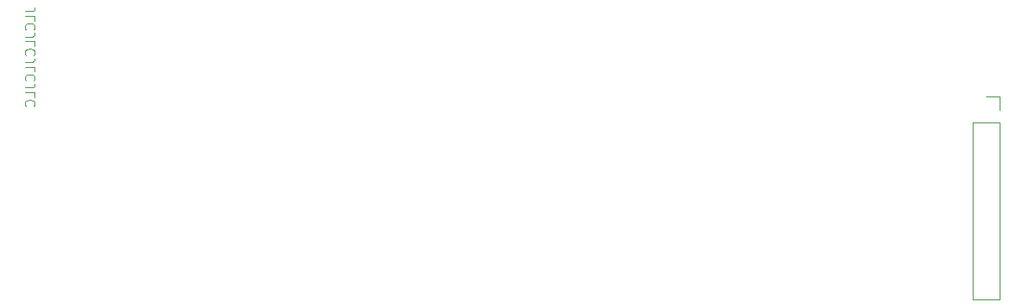
<source format=gbr>
%TF.GenerationSoftware,KiCad,Pcbnew,(5.1.10-1-10_14)*%
%TF.CreationDate,2021-11-01T23:58:36-04:00*%
%TF.ProjectId,DIODE-prototype-board,44494f44-452d-4707-926f-746f74797065,rev?*%
%TF.SameCoordinates,Original*%
%TF.FileFunction,Legend,Bot*%
%TF.FilePolarity,Positive*%
%FSLAX46Y46*%
G04 Gerber Fmt 4.6, Leading zero omitted, Abs format (unit mm)*
G04 Created by KiCad (PCBNEW (5.1.10-1-10_14)) date 2021-11-01 23:58:36*
%MOMM*%
%LPD*%
G01*
G04 APERTURE LIST*
%ADD10C,0.100000*%
%ADD11C,0.120000*%
G04 APERTURE END LIST*
D10*
X66254380Y-130508952D02*
X66968666Y-130508952D01*
X67111523Y-130461333D01*
X67206761Y-130366095D01*
X67254380Y-130223238D01*
X67254380Y-130128000D01*
X67254380Y-131461333D02*
X67254380Y-130985142D01*
X66254380Y-130985142D01*
X67159142Y-132366095D02*
X67206761Y-132318476D01*
X67254380Y-132175619D01*
X67254380Y-132080380D01*
X67206761Y-131937523D01*
X67111523Y-131842285D01*
X67016285Y-131794666D01*
X66825809Y-131747047D01*
X66682952Y-131747047D01*
X66492476Y-131794666D01*
X66397238Y-131842285D01*
X66302000Y-131937523D01*
X66254380Y-132080380D01*
X66254380Y-132175619D01*
X66302000Y-132318476D01*
X66349619Y-132366095D01*
X66254380Y-133080380D02*
X66968666Y-133080380D01*
X67111523Y-133032761D01*
X67206761Y-132937523D01*
X67254380Y-132794666D01*
X67254380Y-132699428D01*
X67254380Y-134032761D02*
X67254380Y-133556571D01*
X66254380Y-133556571D01*
X67159142Y-134937523D02*
X67206761Y-134889904D01*
X67254380Y-134747047D01*
X67254380Y-134651809D01*
X67206761Y-134508952D01*
X67111523Y-134413714D01*
X67016285Y-134366095D01*
X66825809Y-134318476D01*
X66682952Y-134318476D01*
X66492476Y-134366095D01*
X66397238Y-134413714D01*
X66302000Y-134508952D01*
X66254380Y-134651809D01*
X66254380Y-134747047D01*
X66302000Y-134889904D01*
X66349619Y-134937523D01*
X66254380Y-135651809D02*
X66968666Y-135651809D01*
X67111523Y-135604190D01*
X67206761Y-135508952D01*
X67254380Y-135366095D01*
X67254380Y-135270857D01*
X67254380Y-136604190D02*
X67254380Y-136128000D01*
X66254380Y-136128000D01*
X67159142Y-137508952D02*
X67206761Y-137461333D01*
X67254380Y-137318476D01*
X67254380Y-137223238D01*
X67206761Y-137080380D01*
X67111523Y-136985142D01*
X67016285Y-136937523D01*
X66825809Y-136889904D01*
X66682952Y-136889904D01*
X66492476Y-136937523D01*
X66397238Y-136985142D01*
X66302000Y-137080380D01*
X66254380Y-137223238D01*
X66254380Y-137318476D01*
X66302000Y-137461333D01*
X66349619Y-137508952D01*
X66254380Y-138223238D02*
X66968666Y-138223238D01*
X67111523Y-138175619D01*
X67206761Y-138080380D01*
X67254380Y-137937523D01*
X67254380Y-137842285D01*
X67254380Y-139175619D02*
X67254380Y-138699428D01*
X66254380Y-138699428D01*
X67159142Y-140080380D02*
X67206761Y-140032761D01*
X67254380Y-139889904D01*
X67254380Y-139794666D01*
X67206761Y-139651809D01*
X67111523Y-139556571D01*
X67016285Y-139508952D01*
X66825809Y-139461333D01*
X66682952Y-139461333D01*
X66492476Y-139508952D01*
X66397238Y-139556571D01*
X66302000Y-139651809D01*
X66254380Y-139794666D01*
X66254380Y-139889904D01*
X66302000Y-140032761D01*
X66349619Y-140080380D01*
D11*
%TO.C,J1*%
X164398000Y-139132000D02*
X163068000Y-139132000D01*
X164398000Y-140462000D02*
X164398000Y-139132000D01*
X164398000Y-141732000D02*
X161738000Y-141732000D01*
X161738000Y-141732000D02*
X161738000Y-159572000D01*
X164398000Y-141732000D02*
X164398000Y-159572000D01*
X164398000Y-159572000D02*
X161738000Y-159572000D01*
%TD*%
M02*

</source>
